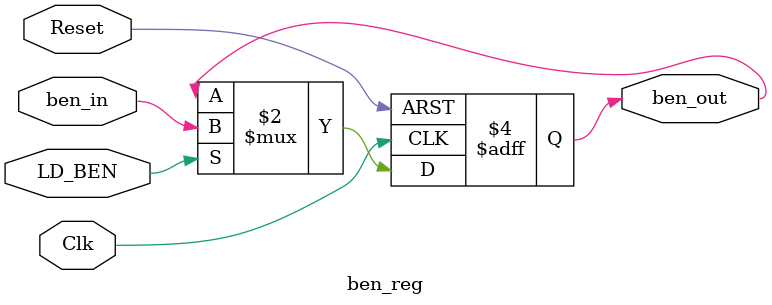
<source format=sv>
module ben_reg
(
input logic Clk, Reset, ben_in, LD_BEN,
output logic ben_out
);

always_ff @ (posedge Clk or posedge Reset)
	begin
		if (Reset)
			ben_out <= 1'b0;
		else
			if (LD_BEN)
				ben_out <= ben_in;
	end

endmodule

</source>
